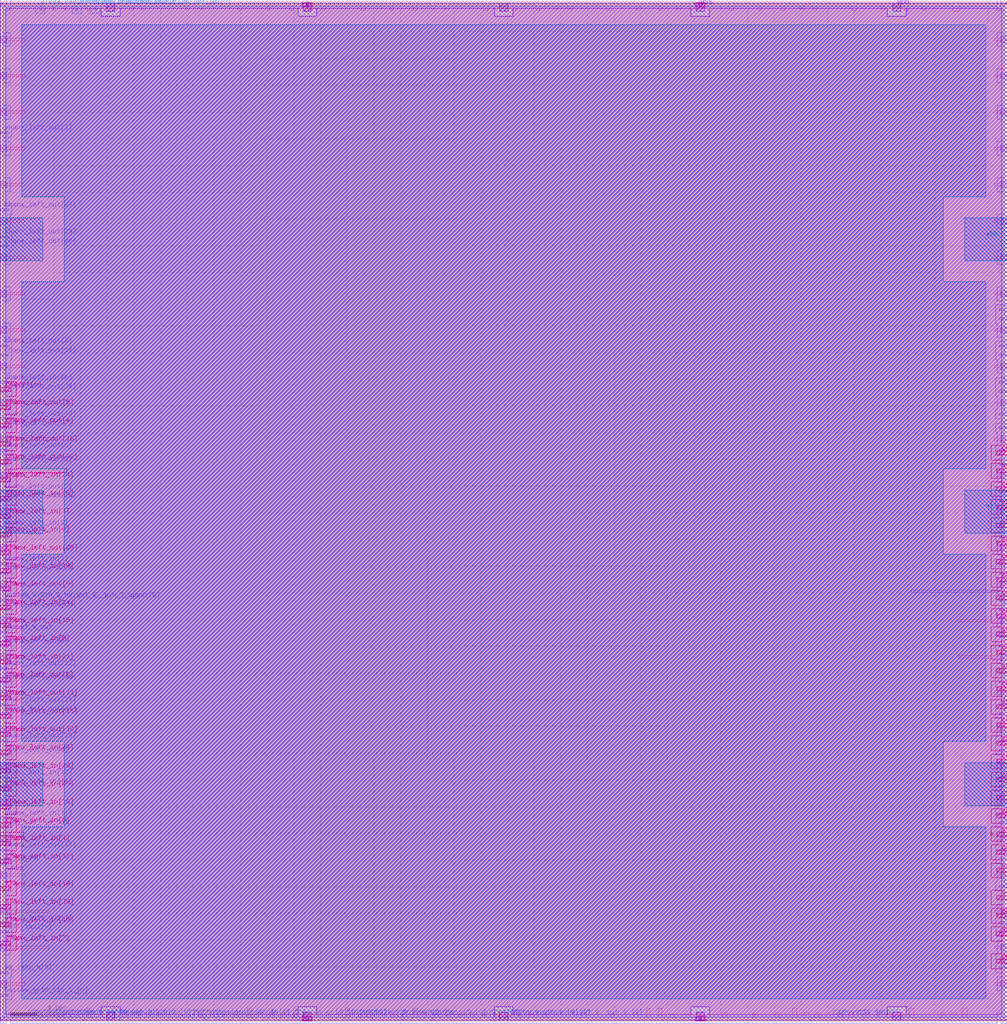
<source format=lef>
VERSION 5.7 ;
BUSBITCHARS "[]" ;

UNITS
  DATABASE MICRONS 1000 ;
END UNITS

MANUFACTURINGGRID 0.005 ;

LAYER li1
  TYPE ROUTING ;
  DIRECTION VERTICAL ;
  PITCH 0.46 ;
  WIDTH 0.17 ;
END li1

LAYER mcon
  TYPE CUT ;
END mcon

LAYER met1
  TYPE ROUTING ;
  DIRECTION HORIZONTAL ;
  PITCH 0.34 ;
  WIDTH 0.14 ;
END met1

LAYER via
  TYPE CUT ;
END via

LAYER met2
  TYPE ROUTING ;
  DIRECTION VERTICAL ;
  PITCH 0.46 ;
  WIDTH 0.14 ;
END met2

LAYER via2
  TYPE CUT ;
END via2

LAYER met3
  TYPE ROUTING ;
  DIRECTION HORIZONTAL ;
  PITCH 0.68 ;
  WIDTH 0.3 ;
END met3

LAYER via3
  TYPE CUT ;
END via3

LAYER met4
  TYPE ROUTING ;
  DIRECTION VERTICAL ;
  PITCH 0.92 ;
  WIDTH 0.3 ;
END met4

LAYER via4
  TYPE CUT ;
END via4

LAYER met5
  TYPE ROUTING ;
  DIRECTION HORIZONTAL ;
  PITCH 3.4 ;
  WIDTH 1.6 ;
END met5

LAYER nwell
  TYPE MASTERSLICE ;
END nwell

LAYER pwell
  TYPE MASTERSLICE ;
END pwell

LAYER OVERLAP
  TYPE OVERLAP ;
END OVERLAP

VIA L1M1_PR
  LAYER li1 ;
    RECT -0.085 -0.085 0.085 0.085 ;
  LAYER mcon ;
    RECT -0.085 -0.085 0.085 0.085 ;
  LAYER met1 ;
    RECT -0.145 -0.115 0.145 0.115 ;
END L1M1_PR

VIA L1M1_PR_R
  LAYER li1 ;
    RECT -0.085 -0.085 0.085 0.085 ;
  LAYER mcon ;
    RECT -0.085 -0.085 0.085 0.085 ;
  LAYER met1 ;
    RECT -0.115 -0.145 0.115 0.145 ;
END L1M1_PR_R

VIA L1M1_PR_M
  LAYER li1 ;
    RECT -0.085 -0.085 0.085 0.085 ;
  LAYER mcon ;
    RECT -0.085 -0.085 0.085 0.085 ;
  LAYER met1 ;
    RECT -0.115 -0.145 0.115 0.145 ;
END L1M1_PR_M

VIA L1M1_PR_MR
  LAYER li1 ;
    RECT -0.085 -0.085 0.085 0.085 ;
  LAYER mcon ;
    RECT -0.085 -0.085 0.085 0.085 ;
  LAYER met1 ;
    RECT -0.145 -0.115 0.145 0.115 ;
END L1M1_PR_MR

VIA L1M1_PR_C
  LAYER li1 ;
    RECT -0.085 -0.085 0.085 0.085 ;
  LAYER mcon ;
    RECT -0.085 -0.085 0.085 0.085 ;
  LAYER met1 ;
    RECT -0.145 -0.145 0.145 0.145 ;
END L1M1_PR_C

VIA M1M2_PR
  LAYER met1 ;
    RECT -0.16 -0.13 0.16 0.13 ;
  LAYER via ;
    RECT -0.075 -0.075 0.075 0.075 ;
  LAYER met2 ;
    RECT -0.13 -0.16 0.13 0.16 ;
END M1M2_PR

VIA M1M2_PR_Enc
  LAYER met1 ;
    RECT -0.16 -0.13 0.16 0.13 ;
  LAYER via ;
    RECT -0.075 -0.075 0.075 0.075 ;
  LAYER met2 ;
    RECT -0.16 -0.13 0.16 0.13 ;
END M1M2_PR_Enc

VIA M1M2_PR_R
  LAYER met1 ;
    RECT -0.13 -0.16 0.13 0.16 ;
  LAYER via ;
    RECT -0.075 -0.075 0.075 0.075 ;
  LAYER met2 ;
    RECT -0.16 -0.13 0.16 0.13 ;
END M1M2_PR_R

VIA M1M2_PR_R_Enc
  LAYER met1 ;
    RECT -0.13 -0.16 0.13 0.16 ;
  LAYER via ;
    RECT -0.075 -0.075 0.075 0.075 ;
  LAYER met2 ;
    RECT -0.13 -0.16 0.13 0.16 ;
END M1M2_PR_R_Enc

VIA M1M2_PR_M
  LAYER met1 ;
    RECT -0.16 -0.13 0.16 0.13 ;
  LAYER via ;
    RECT -0.075 -0.075 0.075 0.075 ;
  LAYER met2 ;
    RECT -0.16 -0.13 0.16 0.13 ;
END M1M2_PR_M

VIA M1M2_PR_M_Enc
  LAYER met1 ;
    RECT -0.16 -0.13 0.16 0.13 ;
  LAYER via ;
    RECT -0.075 -0.075 0.075 0.075 ;
  LAYER met2 ;
    RECT -0.13 -0.16 0.13 0.16 ;
END M1M2_PR_M_Enc

VIA M1M2_PR_MR
  LAYER met1 ;
    RECT -0.13 -0.16 0.13 0.16 ;
  LAYER via ;
    RECT -0.075 -0.075 0.075 0.075 ;
  LAYER met2 ;
    RECT -0.13 -0.16 0.13 0.16 ;
END M1M2_PR_MR

VIA M1M2_PR_MR_Enc
  LAYER met1 ;
    RECT -0.13 -0.16 0.13 0.16 ;
  LAYER via ;
    RECT -0.075 -0.075 0.075 0.075 ;
  LAYER met2 ;
    RECT -0.16 -0.13 0.16 0.13 ;
END M1M2_PR_MR_Enc

VIA M1M2_PR_C
  LAYER met1 ;
    RECT -0.16 -0.16 0.16 0.16 ;
  LAYER via ;
    RECT -0.075 -0.075 0.075 0.075 ;
  LAYER met2 ;
    RECT -0.16 -0.16 0.16 0.16 ;
END M1M2_PR_C

VIA M2M3_PR
  LAYER met2 ;
    RECT -0.14 -0.185 0.14 0.185 ;
  LAYER via2 ;
    RECT -0.1 -0.1 0.1 0.1 ;
  LAYER met3 ;
    RECT -0.165 -0.165 0.165 0.165 ;
END M2M3_PR

VIA M2M3_PR_R
  LAYER met2 ;
    RECT -0.185 -0.14 0.185 0.14 ;
  LAYER via2 ;
    RECT -0.1 -0.1 0.1 0.1 ;
  LAYER met3 ;
    RECT -0.165 -0.165 0.165 0.165 ;
END M2M3_PR_R

VIA M2M3_PR_M
  LAYER met2 ;
    RECT -0.14 -0.185 0.14 0.185 ;
  LAYER via2 ;
    RECT -0.1 -0.1 0.1 0.1 ;
  LAYER met3 ;
    RECT -0.165 -0.165 0.165 0.165 ;
END M2M3_PR_M

VIA M2M3_PR_MR
  LAYER met2 ;
    RECT -0.185 -0.14 0.185 0.14 ;
  LAYER via2 ;
    RECT -0.1 -0.1 0.1 0.1 ;
  LAYER met3 ;
    RECT -0.165 -0.165 0.165 0.165 ;
END M2M3_PR_MR

VIA M2M3_PR_C
  LAYER met2 ;
    RECT -0.185 -0.185 0.185 0.185 ;
  LAYER via2 ;
    RECT -0.1 -0.1 0.1 0.1 ;
  LAYER met3 ;
    RECT -0.165 -0.165 0.165 0.165 ;
END M2M3_PR_C

VIA M3M4_PR
  LAYER met3 ;
    RECT -0.19 -0.16 0.19 0.16 ;
  LAYER via3 ;
    RECT -0.1 -0.1 0.1 0.1 ;
  LAYER met4 ;
    RECT -0.165 -0.165 0.165 0.165 ;
END M3M4_PR

VIA M3M4_PR_R
  LAYER met3 ;
    RECT -0.16 -0.19 0.16 0.19 ;
  LAYER via3 ;
    RECT -0.1 -0.1 0.1 0.1 ;
  LAYER met4 ;
    RECT -0.165 -0.165 0.165 0.165 ;
END M3M4_PR_R

VIA M3M4_PR_M
  LAYER met3 ;
    RECT -0.19 -0.16 0.19 0.16 ;
  LAYER via3 ;
    RECT -0.1 -0.1 0.1 0.1 ;
  LAYER met4 ;
    RECT -0.165 -0.165 0.165 0.165 ;
END M3M4_PR_M

VIA M3M4_PR_MR
  LAYER met3 ;
    RECT -0.16 -0.19 0.16 0.19 ;
  LAYER via3 ;
    RECT -0.1 -0.1 0.1 0.1 ;
  LAYER met4 ;
    RECT -0.165 -0.165 0.165 0.165 ;
END M3M4_PR_MR

VIA M3M4_PR_C
  LAYER met3 ;
    RECT -0.19 -0.19 0.19 0.19 ;
  LAYER via3 ;
    RECT -0.1 -0.1 0.1 0.1 ;
  LAYER met4 ;
    RECT -0.165 -0.165 0.165 0.165 ;
END M3M4_PR_C

VIA M4M5_PR
  LAYER met4 ;
    RECT -0.59 -0.59 0.59 0.59 ;
  LAYER via4 ;
    RECT -0.4 -0.4 0.4 0.4 ;
  LAYER met5 ;
    RECT -0.71 -0.71 0.71 0.71 ;
END M4M5_PR

VIA M4M5_PR_R
  LAYER met4 ;
    RECT -0.59 -0.59 0.59 0.59 ;
  LAYER via4 ;
    RECT -0.4 -0.4 0.4 0.4 ;
  LAYER met5 ;
    RECT -0.71 -0.71 0.71 0.71 ;
END M4M5_PR_R

VIA M4M5_PR_M
  LAYER met4 ;
    RECT -0.59 -0.59 0.59 0.59 ;
  LAYER via4 ;
    RECT -0.4 -0.4 0.4 0.4 ;
  LAYER met5 ;
    RECT -0.71 -0.71 0.71 0.71 ;
END M4M5_PR_M

VIA M4M5_PR_MR
  LAYER met4 ;
    RECT -0.59 -0.59 0.59 0.59 ;
  LAYER via4 ;
    RECT -0.4 -0.4 0.4 0.4 ;
  LAYER met5 ;
    RECT -0.71 -0.71 0.71 0.71 ;
END M4M5_PR_MR

VIA M4M5_PR_C
  LAYER met4 ;
    RECT -0.59 -0.59 0.59 0.59 ;
  LAYER via4 ;
    RECT -0.4 -0.4 0.4 0.4 ;
  LAYER met5 ;
    RECT -0.71 -0.71 0.71 0.71 ;
END M4M5_PR_C

SITE unit
  CLASS CORE ;
  SYMMETRY Y ;
  SIZE 0.46 BY 2.72 ;
END unit

SITE unithddbl
  CLASS CORE ;
  SIZE 0.46 BY 5.44 ;
END unithddbl

MACRO cbx_1__2_
  CLASS BLOCK ;
  ORIGIN 0 0 ;
  SIZE 75.44 BY 76.16 ;
  SYMMETRY X Y ;
  PIN pReset[0]
    DIRECTION INPUT ;
    USE SIGNAL ;
    PORT
      LAYER met3 ;
        RECT 0 47.11 0.8 47.41 ;
    END
  END pReset[0]
  PIN chanx_left_in[0]
    DIRECTION INPUT ;
    USE SIGNAL ;
    PORT
      LAYER met3 ;
        RECT 0 36.23 0.8 36.53 ;
    END
  END chanx_left_in[0]
  PIN chanx_left_in[1]
    DIRECTION INPUT ;
    USE SIGNAL ;
    PORT
      LAYER met1 ;
        RECT 0 34.1 0.595 34.24 ;
    END
  END chanx_left_in[1]
  PIN chanx_left_in[2]
    DIRECTION INPUT ;
    USE SIGNAL ;
    PORT
      LAYER met1 ;
        RECT 0 36.82 0.595 36.96 ;
    END
  END chanx_left_in[2]
  PIN chanx_left_in[3]
    DIRECTION INPUT ;
    USE SIGNAL ;
    PORT
      LAYER met3 ;
        RECT 0 37.59 0.8 37.89 ;
    END
  END chanx_left_in[3]
  PIN chanx_left_in[4]
    DIRECTION INPUT ;
    USE SIGNAL ;
    PORT
      LAYER met3 ;
        RECT 0 13.11 0.8 13.41 ;
    END
  END chanx_left_in[4]
  PIN chanx_left_in[5]
    DIRECTION INPUT ;
    USE SIGNAL ;
    PORT
      LAYER met3 ;
        RECT 0 28.07 0.8 28.37 ;
    END
  END chanx_left_in[5]
  PIN chanx_left_in[6]
    DIRECTION INPUT ;
    USE SIGNAL ;
    PORT
      LAYER met3 ;
        RECT 0 14.47 0.8 14.77 ;
    END
  END chanx_left_in[6]
  PIN chanx_left_in[7]
    DIRECTION INPUT ;
    USE SIGNAL ;
    PORT
      LAYER met3 ;
        RECT 0 5.63 0.8 5.93 ;
    END
  END chanx_left_in[7]
  PIN chanx_left_in[8]
    DIRECTION INPUT ;
    USE SIGNAL ;
    PORT
      LAYER met1 ;
        RECT 0 19.82 0.595 19.96 ;
    END
  END chanx_left_in[8]
  PIN chanx_left_in[9]
    DIRECTION INPUT ;
    USE SIGNAL ;
    PORT
      LAYER met1 ;
        RECT 0 27.98 0.595 28.12 ;
    END
  END chanx_left_in[9]
  PIN chanx_left_in[10]
    DIRECTION INPUT ;
    USE SIGNAL ;
    PORT
      LAYER met3 ;
        RECT 0 15.83 0.8 16.13 ;
    END
  END chanx_left_in[10]
  PIN chanx_left_in[11]
    DIRECTION INPUT ;
    USE SIGNAL ;
    PORT
      LAYER met1 ;
        RECT 0 15.06 0.595 15.2 ;
    END
  END chanx_left_in[11]
  PIN chanx_left_in[12]
    DIRECTION INPUT ;
    USE SIGNAL ;
    PORT
      LAYER met1 ;
        RECT 0 18.12 0.595 18.26 ;
    END
  END chanx_left_in[12]
  PIN chanx_left_in[13]
    DIRECTION INPUT ;
    USE SIGNAL ;
    PORT
      LAYER met3 ;
        RECT 0 11.75 0.8 12.05 ;
    END
  END chanx_left_in[13]
  PIN chanx_left_in[14]
    DIRECTION INPUT ;
    USE SIGNAL ;
    PORT
      LAYER met3 ;
        RECT 0 30.79 0.8 31.09 ;
    END
  END chanx_left_in[14]
  PIN chanx_left_in[15]
    DIRECTION INPUT ;
    USE SIGNAL ;
    PORT
      LAYER met3 ;
        RECT 0 29.43 0.8 29.73 ;
    END
  END chanx_left_in[15]
  PIN chanx_left_in[16]
    DIRECTION INPUT ;
    USE SIGNAL ;
    PORT
      LAYER met3 ;
        RECT 0 6.99 0.8 7.29 ;
    END
  END chanx_left_in[16]
  PIN chanx_left_in[17]
    DIRECTION INPUT ;
    USE SIGNAL ;
    PORT
      LAYER met1 ;
        RECT 0 17.44 0.595 17.58 ;
    END
  END chanx_left_in[17]
  PIN chanx_left_in[18]
    DIRECTION INPUT ;
    USE SIGNAL ;
    PORT
      LAYER met3 ;
        RECT 0 33.51 0.8 33.81 ;
    END
  END chanx_left_in[18]
  PIN chanx_left_in[19]
    DIRECTION INPUT ;
    USE SIGNAL ;
    PORT
      LAYER met3 ;
        RECT 0 9.71 0.8 10.01 ;
    END
  END chanx_left_in[19]
  PIN chanx_left_in[20]
    DIRECTION INPUT ;
    USE SIGNAL ;
    PORT
      LAYER met3 ;
        RECT 0 17.19 0.8 17.49 ;
    END
  END chanx_left_in[20]
  PIN chanx_left_in[21]
    DIRECTION INPUT ;
    USE SIGNAL ;
    PORT
      LAYER met3 ;
        RECT 0 26.71 0.8 27.01 ;
    END
  END chanx_left_in[21]
  PIN chanx_left_in[22]
    DIRECTION INPUT ;
    USE SIGNAL ;
    PORT
      LAYER met1 ;
        RECT 0 33.42 0.595 33.56 ;
    END
  END chanx_left_in[22]
  PIN chanx_left_in[23]
    DIRECTION INPUT ;
    USE SIGNAL ;
    PORT
      LAYER met3 ;
        RECT 0 19.91 0.8 20.21 ;
    END
  END chanx_left_in[23]
  PIN chanx_left_in[24]
    DIRECTION INPUT ;
    USE SIGNAL ;
    PORT
      LAYER met3 ;
        RECT 0 40.31 0.8 40.61 ;
    END
  END chanx_left_in[24]
  PIN chanx_left_in[25]
    DIRECTION INPUT ;
    USE SIGNAL ;
    PORT
      LAYER met3 ;
        RECT 0 38.95 0.8 39.25 ;
    END
  END chanx_left_in[25]
  PIN chanx_left_in[26]
    DIRECTION INPUT ;
    USE SIGNAL ;
    PORT
      LAYER met1 ;
        RECT 0 47.7 0.595 47.84 ;
    END
  END chanx_left_in[26]
  PIN chanx_left_in[27]
    DIRECTION INPUT ;
    USE SIGNAL ;
    PORT
      LAYER met1 ;
        RECT 0 44.3 0.595 44.44 ;
    END
  END chanx_left_in[27]
  PIN chanx_left_in[28]
    DIRECTION INPUT ;
    USE SIGNAL ;
    PORT
      LAYER met3 ;
        RECT 0 8.35 0.8 8.65 ;
    END
  END chanx_left_in[28]
  PIN chanx_left_in[29]
    DIRECTION INPUT ;
    USE SIGNAL ;
    PORT
      LAYER met3 ;
        RECT 0 18.55 0.8 18.85 ;
    END
  END chanx_left_in[29]
  PIN chanx_right_in[0]
    DIRECTION INPUT ;
    USE SIGNAL ;
    PORT
      LAYER met1 ;
        RECT 74.845 42.6 75.44 42.74 ;
    END
  END chanx_right_in[0]
  PIN chanx_right_in[1]
    DIRECTION INPUT ;
    USE SIGNAL ;
    PORT
      LAYER met1 ;
        RECT 74.845 37.16 75.44 37.3 ;
    END
  END chanx_right_in[1]
  PIN chanx_right_in[2]
    DIRECTION INPUT ;
    USE SIGNAL ;
    PORT
      LAYER met1 ;
        RECT 74.845 45.32 75.44 45.46 ;
    END
  END chanx_right_in[2]
  PIN chanx_right_in[3]
    DIRECTION INPUT ;
    USE SIGNAL ;
    PORT
      LAYER met3 ;
        RECT 74.64 36.91 75.44 37.21 ;
    END
  END chanx_right_in[3]
  PIN chanx_right_in[4]
    DIRECTION INPUT ;
    USE SIGNAL ;
    PORT
      LAYER met3 ;
        RECT 74.64 39.63 75.44 39.93 ;
    END
  END chanx_right_in[4]
  PIN chanx_right_in[5]
    DIRECTION INPUT ;
    USE SIGNAL ;
    PORT
      LAYER met3 ;
        RECT 74.64 38.27 75.44 38.57 ;
    END
  END chanx_right_in[5]
  PIN chanx_right_in[6]
    DIRECTION INPUT ;
    USE SIGNAL ;
    PORT
      LAYER met3 ;
        RECT 74.64 26.03 75.44 26.33 ;
    END
  END chanx_right_in[6]
  PIN chanx_right_in[7]
    DIRECTION INPUT ;
    USE SIGNAL ;
    PORT
      LAYER met1 ;
        RECT 74.845 7.24 75.44 7.38 ;
    END
  END chanx_right_in[7]
  PIN chanx_right_in[8]
    DIRECTION INPUT ;
    USE SIGNAL ;
    PORT
      LAYER met3 ;
        RECT 74.64 19.23 75.44 19.53 ;
    END
  END chanx_right_in[8]
  PIN chanx_right_in[9]
    DIRECTION INPUT ;
    USE SIGNAL ;
    PORT
      LAYER met3 ;
        RECT 74.64 17.87 75.44 18.17 ;
    END
  END chanx_right_in[9]
  PIN chanx_right_in[10]
    DIRECTION INPUT ;
    USE SIGNAL ;
    PORT
      LAYER met3 ;
        RECT 74.64 27.39 75.44 27.69 ;
    END
  END chanx_right_in[10]
  PIN chanx_right_in[11]
    DIRECTION INPUT ;
    USE SIGNAL ;
    PORT
      LAYER met3 ;
        RECT 74.64 21.95 75.44 22.25 ;
    END
  END chanx_right_in[11]
  PIN chanx_right_in[12]
    DIRECTION INPUT ;
    USE SIGNAL ;
    PORT
      LAYER met1 ;
        RECT 74.845 14.72 75.44 14.86 ;
    END
  END chanx_right_in[12]
  PIN chanx_right_in[13]
    DIRECTION INPUT ;
    USE SIGNAL ;
    PORT
      LAYER met1 ;
        RECT 74.845 4.52 75.44 4.66 ;
    END
  END chanx_right_in[13]
  PIN chanx_right_in[14]
    DIRECTION INPUT ;
    USE SIGNAL ;
    PORT
      LAYER met3 ;
        RECT 74.64 35.55 75.44 35.85 ;
    END
  END chanx_right_in[14]
  PIN chanx_right_in[15]
    DIRECTION INPUT ;
    USE SIGNAL ;
    PORT
      LAYER met3 ;
        RECT 74.64 34.19 75.44 34.49 ;
    END
  END chanx_right_in[15]
  PIN chanx_right_in[16]
    DIRECTION INPUT ;
    USE SIGNAL ;
    PORT
      LAYER met1 ;
        RECT 74.845 3.84 75.44 3.98 ;
    END
  END chanx_right_in[16]
  PIN chanx_right_in[17]
    DIRECTION INPUT ;
    USE SIGNAL ;
    PORT
      LAYER met1 ;
        RECT 74.845 15.4 75.44 15.54 ;
    END
  END chanx_right_in[17]
  PIN chanx_right_in[18]
    DIRECTION INPUT ;
    USE SIGNAL ;
    PORT
      LAYER met1 ;
        RECT 74.845 53.14 75.44 53.28 ;
    END
  END chanx_right_in[18]
  PIN chanx_right_in[19]
    DIRECTION INPUT ;
    USE SIGNAL ;
    PORT
      LAYER met3 ;
        RECT 74.64 7.67 75.44 7.97 ;
    END
  END chanx_right_in[19]
  PIN chanx_right_in[20]
    DIRECTION INPUT ;
    USE SIGNAL ;
    PORT
      LAYER met1 ;
        RECT 74.845 30.7 75.44 30.84 ;
    END
  END chanx_right_in[20]
  PIN chanx_right_in[21]
    DIRECTION INPUT ;
    USE SIGNAL ;
    PORT
      LAYER met1 ;
        RECT 74.845 28.66 75.44 28.8 ;
    END
  END chanx_right_in[21]
  PIN chanx_right_in[22]
    DIRECTION INPUT ;
    USE SIGNAL ;
    PORT
      LAYER met3 ;
        RECT 74.64 12.43 75.44 12.73 ;
    END
  END chanx_right_in[22]
  PIN chanx_right_in[23]
    DIRECTION INPUT ;
    USE SIGNAL ;
    PORT
      LAYER met1 ;
        RECT 74.845 20.16 75.44 20.3 ;
    END
  END chanx_right_in[23]
  PIN chanx_right_in[24]
    DIRECTION INPUT ;
    USE SIGNAL ;
    PORT
      LAYER met3 ;
        RECT 74.64 31.47 75.44 31.77 ;
    END
  END chanx_right_in[24]
  PIN chanx_right_in[25]
    DIRECTION INPUT ;
    USE SIGNAL ;
    PORT
      LAYER met1 ;
        RECT 74.845 34.1 75.44 34.24 ;
    END
  END chanx_right_in[25]
  PIN chanx_right_in[26]
    DIRECTION INPUT ;
    USE SIGNAL ;
    PORT
      LAYER met3 ;
        RECT 74.64 28.75 75.44 29.05 ;
    END
  END chanx_right_in[26]
  PIN chanx_right_in[27]
    DIRECTION INPUT ;
    USE SIGNAL ;
    PORT
      LAYER met1 ;
        RECT 74.845 38.86 75.44 39 ;
    END
  END chanx_right_in[27]
  PIN chanx_right_in[28]
    DIRECTION INPUT ;
    USE SIGNAL ;
    PORT
      LAYER met3 ;
        RECT 74.64 6.31 75.44 6.61 ;
    END
  END chanx_right_in[28]
  PIN chanx_right_in[29]
    DIRECTION INPUT ;
    USE SIGNAL ;
    PORT
      LAYER met1 ;
        RECT 74.845 18.12 75.44 18.26 ;
    END
  END chanx_right_in[29]
  PIN ccff_head[0]
    DIRECTION INPUT ;
    USE SIGNAL ;
    PORT
      LAYER met3 ;
        RECT 74.64 11.07 75.44 11.37 ;
    END
  END ccff_head[0]
  PIN chanx_left_out[0]
    DIRECTION OUTPUT ;
    USE SIGNAL ;
    PORT
      LAYER met3 ;
        RECT 0 32.15 0.8 32.45 ;
    END
  END chanx_left_out[0]
  PIN chanx_left_out[1]
    DIRECTION OUTPUT ;
    USE SIGNAL ;
    PORT
      LAYER met1 ;
        RECT 0 66.4 0.595 66.54 ;
    END
  END chanx_left_out[1]
  PIN chanx_left_out[2]
    DIRECTION OUTPUT ;
    USE SIGNAL ;
    PORT
      LAYER met1 ;
        RECT 0 50.42 0.595 50.56 ;
    END
  END chanx_left_out[2]
  PIN chanx_left_out[3]
    DIRECTION OUTPUT ;
    USE SIGNAL ;
    PORT
      LAYER met1 ;
        RECT 0 39.54 0.595 39.68 ;
    END
  END chanx_left_out[3]
  PIN chanx_left_out[4]
    DIRECTION OUTPUT ;
    USE SIGNAL ;
    PORT
      LAYER met3 ;
        RECT 0 44.39 0.8 44.69 ;
    END
  END chanx_left_out[4]
  PIN chanx_left_out[5]
    DIRECTION OUTPUT ;
    USE SIGNAL ;
    PORT
      LAYER met1 ;
        RECT 0 42.6 0.595 42.74 ;
    END
  END chanx_left_out[5]
  PIN chanx_left_out[6]
    DIRECTION OUTPUT ;
    USE SIGNAL ;
    PORT
      LAYER met3 ;
        RECT 0 45.75 0.8 46.05 ;
    END
  END chanx_left_out[6]
  PIN chanx_left_out[7]
    DIRECTION OUTPUT ;
    USE SIGNAL ;
    PORT
      LAYER met1 ;
        RECT 0 7.24 0.595 7.38 ;
    END
  END chanx_left_out[7]
  PIN chanx_left_out[8]
    DIRECTION OUTPUT ;
    USE SIGNAL ;
    PORT
      LAYER met3 ;
        RECT 0 25.35 0.8 25.65 ;
    END
  END chanx_left_out[8]
  PIN chanx_left_out[9]
    DIRECTION OUTPUT ;
    USE SIGNAL ;
    PORT
      LAYER met1 ;
        RECT 0 41.58 0.595 41.72 ;
    END
  END chanx_left_out[9]
  PIN chanx_left_out[10]
    DIRECTION OUTPUT ;
    USE SIGNAL ;
    PORT
      LAYER met3 ;
        RECT 0 21.27 0.8 21.57 ;
    END
  END chanx_left_out[10]
  PIN chanx_left_out[11]
    DIRECTION OUTPUT ;
    USE SIGNAL ;
    PORT
      LAYER met3 ;
        RECT 0 23.99 0.8 24.29 ;
    END
  END chanx_left_out[11]
  PIN chanx_left_out[12]
    DIRECTION OUTPUT ;
    USE SIGNAL ;
    PORT
      LAYER met1 ;
        RECT 0 25.26 0.595 25.4 ;
    END
  END chanx_left_out[12]
  PIN chanx_left_out[13]
    DIRECTION OUTPUT ;
    USE SIGNAL ;
    PORT
      LAYER met1 ;
        RECT 0 38.86 0.595 39 ;
    END
  END chanx_left_out[13]
  PIN chanx_left_out[14]
    DIRECTION OUTPUT ;
    USE SIGNAL ;
    PORT
      LAYER met1 ;
        RECT 0 49.74 0.595 49.88 ;
    END
  END chanx_left_out[14]
  PIN chanx_left_out[15]
    DIRECTION OUTPUT ;
    USE SIGNAL ;
    PORT
      LAYER met3 ;
        RECT 0 22.63 0.8 22.93 ;
    END
  END chanx_left_out[15]
  PIN chanx_left_out[16]
    DIRECTION OUTPUT ;
    USE SIGNAL ;
    PORT
      LAYER met3 ;
        RECT 0 43.03 0.8 43.33 ;
    END
  END chanx_left_out[16]
  PIN chanx_left_out[17]
    DIRECTION OUTPUT ;
    USE SIGNAL ;
    PORT
      LAYER met1 ;
        RECT 0 12.68 0.595 12.82 ;
    END
  END chanx_left_out[17]
  PIN chanx_left_out[18]
    DIRECTION OUTPUT ;
    USE SIGNAL ;
    PORT
      LAYER met1 ;
        RECT 0 20.84 0.595 20.98 ;
    END
  END chanx_left_out[18]
  PIN chanx_left_out[19]
    DIRECTION OUTPUT ;
    USE SIGNAL ;
    PORT
      LAYER met1 ;
        RECT 0 44.98 0.595 45.12 ;
    END
  END chanx_left_out[19]
  PIN chanx_left_out[20]
    DIRECTION OUTPUT ;
    USE SIGNAL ;
    PORT
      LAYER met1 ;
        RECT 0 57.9 0.595 58.04 ;
    END
  END chanx_left_out[20]
  PIN chanx_left_out[21]
    DIRECTION OUTPUT ;
    USE SIGNAL ;
    PORT
      LAYER met1 ;
        RECT 0 26.28 0.595 26.42 ;
    END
  END chanx_left_out[21]
  PIN chanx_left_out[22]
    DIRECTION OUTPUT ;
    USE SIGNAL ;
    PORT
      LAYER met3 ;
        RECT 0 41.67 0.8 41.97 ;
    END
  END chanx_left_out[22]
  PIN chanx_left_out[23]
    DIRECTION OUTPUT ;
    USE SIGNAL ;
    PORT
      LAYER met1 ;
        RECT 0 22.88 0.595 23.02 ;
    END
  END chanx_left_out[23]
  PIN chanx_left_out[24]
    DIRECTION OUTPUT ;
    USE SIGNAL ;
    PORT
      LAYER met1 ;
        RECT 0 47.02 0.595 47.16 ;
    END
  END chanx_left_out[24]
  PIN chanx_left_out[25]
    DIRECTION OUTPUT ;
    USE SIGNAL ;
    PORT
      LAYER met3 ;
        RECT 0 34.87 0.8 35.17 ;
    END
  END chanx_left_out[25]
  PIN chanx_left_out[26]
    DIRECTION OUTPUT ;
    USE SIGNAL ;
    PORT
      LAYER met1 ;
        RECT 0 23.56 0.595 23.7 ;
    END
  END chanx_left_out[26]
  PIN chanx_left_out[27]
    DIRECTION OUTPUT ;
    USE SIGNAL ;
    PORT
      LAYER met1 ;
        RECT 0 60.62 0.595 60.76 ;
    END
  END chanx_left_out[27]
  PIN chanx_left_out[28]
    DIRECTION OUTPUT ;
    USE SIGNAL ;
    PORT
      LAYER met1 ;
        RECT 0 30.7 0.595 30.84 ;
    END
  END chanx_left_out[28]
  PIN chanx_left_out[29]
    DIRECTION OUTPUT ;
    USE SIGNAL ;
    PORT
      LAYER met1 ;
        RECT 0 58.58 0.595 58.72 ;
    END
  END chanx_left_out[29]
  PIN chanx_right_out[0]
    DIRECTION OUTPUT ;
    USE SIGNAL ;
    PORT
      LAYER met1 ;
        RECT 74.845 27.98 75.44 28.12 ;
    END
  END chanx_right_out[0]
  PIN chanx_right_out[1]
    DIRECTION OUTPUT ;
    USE SIGNAL ;
    PORT
      LAYER met3 ;
        RECT 74.64 13.79 75.44 14.09 ;
    END
  END chanx_right_out[1]
  PIN chanx_right_out[2]
    DIRECTION OUTPUT ;
    USE SIGNAL ;
    PORT
      LAYER met3 ;
        RECT 74.64 32.83 75.44 33.13 ;
    END
  END chanx_right_out[2]
  PIN chanx_right_out[3]
    DIRECTION OUTPUT ;
    USE SIGNAL ;
    PORT
      LAYER met1 ;
        RECT 74.845 9.96 75.44 10.1 ;
    END
  END chanx_right_out[3]
  PIN chanx_right_out[4]
    DIRECTION OUTPUT ;
    USE SIGNAL ;
    PORT
      LAYER met3 ;
        RECT 74.64 16.51 75.44 16.81 ;
    END
  END chanx_right_out[4]
  PIN chanx_right_out[5]
    DIRECTION OUTPUT ;
    USE SIGNAL ;
    PORT
      LAYER met1 ;
        RECT 74.845 12.68 75.44 12.82 ;
    END
  END chanx_right_out[5]
  PIN chanx_right_out[6]
    DIRECTION OUTPUT ;
    USE SIGNAL ;
    PORT
      LAYER met1 ;
        RECT 74.845 23.56 75.44 23.7 ;
    END
  END chanx_right_out[6]
  PIN chanx_right_out[7]
    DIRECTION OUTPUT ;
    USE SIGNAL ;
    PORT
      LAYER met3 ;
        RECT 74.64 15.15 75.44 15.45 ;
    END
  END chanx_right_out[7]
  PIN chanx_right_out[8]
    DIRECTION OUTPUT ;
    USE SIGNAL ;
    PORT
      LAYER met1 ;
        RECT 74.845 12 75.44 12.14 ;
    END
  END chanx_right_out[8]
  PIN chanx_right_out[9]
    DIRECTION OUTPUT ;
    USE SIGNAL ;
    PORT
      LAYER met1 ;
        RECT 74.845 52.46 75.44 52.6 ;
    END
  END chanx_right_out[9]
  PIN chanx_right_out[10]
    DIRECTION OUTPUT ;
    USE SIGNAL ;
    PORT
      LAYER met1 ;
        RECT 74.845 47.02 75.44 47.16 ;
    END
  END chanx_right_out[10]
  PIN chanx_right_out[11]
    DIRECTION OUTPUT ;
    USE SIGNAL ;
    PORT
      LAYER met1 ;
        RECT 74.845 33.42 75.44 33.56 ;
    END
  END chanx_right_out[11]
  PIN chanx_right_out[12]
    DIRECTION OUTPUT ;
    USE SIGNAL ;
    PORT
      LAYER met3 ;
        RECT 74.64 24.67 75.44 24.97 ;
    END
  END chanx_right_out[12]
  PIN chanx_right_out[13]
    DIRECTION OUTPUT ;
    USE SIGNAL ;
    PORT
      LAYER met1 ;
        RECT 74.845 31.38 75.44 31.52 ;
    END
  END chanx_right_out[13]
  PIN chanx_right_out[14]
    DIRECTION OUTPUT ;
    USE SIGNAL ;
    PORT
      LAYER met1 ;
        RECT 74.845 44.3 75.44 44.44 ;
    END
  END chanx_right_out[14]
  PIN chanx_right_out[15]
    DIRECTION OUTPUT ;
    USE SIGNAL ;
    PORT
      LAYER met1 ;
        RECT 74.845 39.54 75.44 39.68 ;
    END
  END chanx_right_out[15]
  PIN chanx_right_out[16]
    DIRECTION OUTPUT ;
    USE SIGNAL ;
    PORT
      LAYER met1 ;
        RECT 74.845 50.42 75.44 50.56 ;
    END
  END chanx_right_out[16]
  PIN chanx_right_out[17]
    DIRECTION OUTPUT ;
    USE SIGNAL ;
    PORT
      LAYER met1 ;
        RECT 74.845 20.84 75.44 20.98 ;
    END
  END chanx_right_out[17]
  PIN chanx_right_out[18]
    DIRECTION OUTPUT ;
    USE SIGNAL ;
    PORT
      LAYER met1 ;
        RECT 74.845 36.14 75.44 36.28 ;
    END
  END chanx_right_out[18]
  PIN chanx_right_out[19]
    DIRECTION OUTPUT ;
    USE SIGNAL ;
    PORT
      LAYER met3 ;
        RECT 74.64 20.59 75.44 20.89 ;
    END
  END chanx_right_out[19]
  PIN chanx_right_out[20]
    DIRECTION OUTPUT ;
    USE SIGNAL ;
    PORT
      LAYER met3 ;
        RECT 74.64 30.11 75.44 30.41 ;
    END
  END chanx_right_out[20]
  PIN chanx_right_out[21]
    DIRECTION OUTPUT ;
    USE SIGNAL ;
    PORT
      LAYER met3 ;
        RECT 74.64 23.31 75.44 23.61 ;
    END
  END chanx_right_out[21]
  PIN chanx_right_out[22]
    DIRECTION OUTPUT ;
    USE SIGNAL ;
    PORT
      LAYER met1 ;
        RECT 74.845 17.44 75.44 17.58 ;
    END
  END chanx_right_out[22]
  PIN chanx_right_out[23]
    DIRECTION OUTPUT ;
    USE SIGNAL ;
    PORT
      LAYER met1 ;
        RECT 74.845 25.94 75.44 26.08 ;
    END
  END chanx_right_out[23]
  PIN chanx_right_out[24]
    DIRECTION OUTPUT ;
    USE SIGNAL ;
    PORT
      LAYER met1 ;
        RECT 74.845 22.88 75.44 23.02 ;
    END
  END chanx_right_out[24]
  PIN chanx_right_out[25]
    DIRECTION OUTPUT ;
    USE SIGNAL ;
    PORT
      LAYER met1 ;
        RECT 74.845 41.58 75.44 41.72 ;
    END
  END chanx_right_out[25]
  PIN chanx_right_out[26]
    DIRECTION OUTPUT ;
    USE SIGNAL ;
    PORT
      LAYER met1 ;
        RECT 74.845 47.7 75.44 47.84 ;
    END
  END chanx_right_out[26]
  PIN chanx_right_out[27]
    DIRECTION OUTPUT ;
    USE SIGNAL ;
    PORT
      LAYER met1 ;
        RECT 74.845 49.74 75.44 49.88 ;
    END
  END chanx_right_out[27]
  PIN chanx_right_out[28]
    DIRECTION OUTPUT ;
    USE SIGNAL ;
    PORT
      LAYER met3 ;
        RECT 74.64 42.35 75.44 42.65 ;
    END
  END chanx_right_out[28]
  PIN chanx_right_out[29]
    DIRECTION OUTPUT ;
    USE SIGNAL ;
    PORT
      LAYER met1 ;
        RECT 74.845 25.26 75.44 25.4 ;
    END
  END chanx_right_out[29]
  PIN top_grid_pin_0_[0]
    DIRECTION OUTPUT ;
    USE SIGNAL ;
    PORT
      LAYER met2 ;
        RECT 38.8 0 38.94 0.485 ;
    END
  END top_grid_pin_0_[0]
  PIN bottom_grid_pin_0_[0]
    DIRECTION OUTPUT ;
    USE SIGNAL ;
    PORT
      LAYER met2 ;
        RECT 3.38 0 3.52 0.485 ;
    END
  END bottom_grid_pin_0_[0]
  PIN bottom_grid_pin_1_[0]
    DIRECTION OUTPUT ;
    USE SIGNAL ;
    PORT
      LAYER met1 ;
        RECT 0 1.8 0.595 1.94 ;
    END
  END bottom_grid_pin_1_[0]
  PIN bottom_grid_pin_2_[0]
    DIRECTION OUTPUT ;
    USE SIGNAL ;
    PORT
      LAYER met2 ;
        RECT 2.46 0 2.6 0.485 ;
    END
  END bottom_grid_pin_2_[0]
  PIN bottom_grid_pin_3_[0]
    DIRECTION OUTPUT ;
    USE SIGNAL ;
    PORT
      LAYER met2 ;
        RECT 4.3 0 4.44 0.485 ;
    END
  END bottom_grid_pin_3_[0]
  PIN bottom_grid_pin_4_[0]
    DIRECTION OUTPUT ;
    USE SIGNAL ;
    PORT
      LAYER met2 ;
        RECT 15.34 0 15.48 0.485 ;
    END
  END bottom_grid_pin_4_[0]
  PIN bottom_grid_pin_5_[0]
    DIRECTION OUTPUT ;
    USE SIGNAL ;
    PORT
      LAYER met2 ;
        RECT 30.06 0 30.2 0.485 ;
    END
  END bottom_grid_pin_5_[0]
  PIN bottom_grid_pin_6_[0]
    DIRECTION OUTPUT ;
    USE SIGNAL ;
    PORT
      LAYER met2 ;
        RECT 27.76 0 27.9 0.485 ;
    END
  END bottom_grid_pin_6_[0]
  PIN bottom_grid_pin_7_[0]
    DIRECTION OUTPUT ;
    USE SIGNAL ;
    PORT
      LAYER met2 ;
        RECT 36.96 0 37.1 0.485 ;
    END
  END bottom_grid_pin_7_[0]
  PIN bottom_grid_pin_8_[0]
    DIRECTION OUTPUT ;
    USE SIGNAL ;
    PORT
      LAYER met2 ;
        RECT 8.9 0 9.04 0.485 ;
    END
  END bottom_grid_pin_8_[0]
  PIN bottom_grid_pin_9_[0]
    DIRECTION OUTPUT ;
    USE SIGNAL ;
    PORT
      LAYER met2 ;
        RECT 7.98 0 8.12 0.485 ;
    END
  END bottom_grid_pin_9_[0]
  PIN bottom_grid_pin_10_[0]
    DIRECTION OUTPUT ;
    USE SIGNAL ;
    PORT
      LAYER met2 ;
        RECT 5.22 0 5.36 0.485 ;
    END
  END bottom_grid_pin_10_[0]
  PIN bottom_grid_pin_11_[0]
    DIRECTION OUTPUT ;
    USE SIGNAL ;
    PORT
      LAYER met2 ;
        RECT 6.14 0 6.28 0.485 ;
    END
  END bottom_grid_pin_11_[0]
  PIN bottom_grid_pin_12_[0]
    DIRECTION OUTPUT ;
    USE SIGNAL ;
    PORT
      LAYER met2 ;
        RECT 22.24 0 22.38 0.485 ;
    END
  END bottom_grid_pin_12_[0]
  PIN bottom_grid_pin_13_[0]
    DIRECTION OUTPUT ;
    USE SIGNAL ;
    PORT
      LAYER met2 ;
        RECT 14.42 0 14.56 0.485 ;
    END
  END bottom_grid_pin_13_[0]
  PIN bottom_grid_pin_14_[0]
    DIRECTION OUTPUT ;
    USE SIGNAL ;
    PORT
      LAYER met2 ;
        RECT 32.36 0 32.5 0.485 ;
    END
  END bottom_grid_pin_14_[0]
  PIN bottom_grid_pin_15_[0]
    DIRECTION OUTPUT ;
    USE SIGNAL ;
    PORT
      LAYER met2 ;
        RECT 16.26 0 16.4 0.485 ;
    END
  END bottom_grid_pin_15_[0]
  PIN ccff_tail[0]
    DIRECTION OUTPUT ;
    USE SIGNAL ;
    PORT
      LAYER met1 ;
        RECT 0 6.56 0.595 6.7 ;
    END
  END ccff_tail[0]
  PIN IO_ISOL_N[0]
    DIRECTION INPUT ;
    USE SIGNAL ;
    PORT
      LAYER met1 ;
        RECT 0 3.5 0.595 3.64 ;
    END
  END IO_ISOL_N[0]
  PIN gfpga_pad_EMBEDDED_IO_HD_SOC_IN[0]
    DIRECTION INPUT ;
    USE SIGNAL ;
    PORT
      LAYER met2 ;
        RECT 7.06 75.675 7.2 76.16 ;
    END
  END gfpga_pad_EMBEDDED_IO_HD_SOC_IN[0]
  PIN gfpga_pad_EMBEDDED_IO_HD_SOC_OUT[0]
    DIRECTION OUTPUT ;
    USE SIGNAL ;
    PORT
      LAYER met2 ;
        RECT 5.68 75.675 5.82 76.16 ;
    END
  END gfpga_pad_EMBEDDED_IO_HD_SOC_OUT[0]
  PIN gfpga_pad_EMBEDDED_IO_HD_SOC_DIR[0]
    DIRECTION OUTPUT ;
    USE SIGNAL ;
    PORT
      LAYER met2 ;
        RECT 2.92 75.675 3.06 76.16 ;
    END
  END gfpga_pad_EMBEDDED_IO_HD_SOC_DIR[0]
  PIN bottom_width_0_height_0__pin_0_[0]
    DIRECTION INPUT ;
    USE SIGNAL ;
    PORT
      LAYER met2 ;
        RECT 37.88 0 38.02 0.485 ;
    END
  END bottom_width_0_height_0__pin_0_[0]
  PIN bottom_width_0_height_0__pin_1_upper[0]
    DIRECTION OUTPUT ;
    USE SIGNAL ;
    PORT
      LAYER met1 ;
        RECT 0 31.38 0.595 31.52 ;
    END
  END bottom_width_0_height_0__pin_1_upper[0]
  PIN bottom_width_0_height_0__pin_1_lower[0]
    DIRECTION OUTPUT ;
    USE SIGNAL ;
    PORT
      LAYER met3 ;
        RECT 74.64 40.99 75.44 41.29 ;
    END
  END bottom_width_0_height_0__pin_1_lower[0]
  PIN SC_IN_TOP
    DIRECTION INPUT ;
    USE SIGNAL ;
    PORT
      LAYER met1 ;
        RECT 0 11.66 0.595 11.8 ;
    END
  END SC_IN_TOP
  PIN SC_OUT_BOT
    DIRECTION OUTPUT ;
    USE SIGNAL ;
    PORT
      LAYER met2 ;
        RECT 25.92 0 26.06 0.485 ;
    END
  END SC_OUT_BOT
  PIN SC_IN_BOT
    DIRECTION INPUT ;
    USE SIGNAL ;
    PORT
      LAYER met2 ;
        RECT 64.56 0 64.7 0.485 ;
    END
  END SC_IN_BOT
  PIN SC_OUT_TOP
    DIRECTION OUTPUT ;
    USE SIGNAL ;
    PORT
      LAYER met3 ;
        RECT 74.64 9.03 75.44 9.33 ;
    END
  END SC_OUT_TOP
  PIN pReset_E_in
    DIRECTION INPUT ;
    USE SIGNAL ;
    PORT
      LAYER met3 ;
        RECT 74.64 4.27 75.44 4.57 ;
    END
  END pReset_E_in
  PIN pReset_W_in
    DIRECTION INPUT ;
    USE SIGNAL ;
    PORT
      LAYER met1 ;
        RECT 0 36.14 0.595 36.28 ;
    END
  END pReset_W_in
  PIN pReset_W_out
    DIRECTION OUTPUT ;
    USE SIGNAL ;
    PORT
      LAYER met1 ;
        RECT 0 29 0.595 29.14 ;
    END
  END pReset_W_out
  PIN pReset_S_out
    DIRECTION OUTPUT ;
    USE SIGNAL ;
    PORT
      LAYER met2 ;
        RECT 62.72 0 62.86 0.485 ;
    END
  END pReset_S_out
  PIN pReset_E_out
    DIRECTION OUTPUT ;
    USE SIGNAL ;
    PORT
      LAYER met1 ;
        RECT 74.845 6.56 75.44 6.7 ;
    END
  END pReset_E_out
  PIN prog_clk_0_S_in
    DIRECTION INPUT ;
    USE CLOCK ;
    PORT
      LAYER met2 ;
        RECT 26.84 0 26.98 0.485 ;
    END
  END prog_clk_0_S_in
  PIN prog_clk_0_W_out
    DIRECTION OUTPUT ;
    USE CLOCK ;
    PORT
      LAYER met1 ;
        RECT 0 14.38 0.595 14.52 ;
    END
  END prog_clk_0_W_out
  PIN VDD
    DIRECTION INPUT ;
    USE POWER ;
    PORT
      LAYER met5 ;
        RECT 0 16.08 3.2 19.28 ;
        RECT 72.24 16.08 75.44 19.28 ;
        RECT 0 56.88 3.2 60.08 ;
        RECT 72.24 56.88 75.44 60.08 ;
      LAYER met4 ;
        RECT 7.98 0 8.58 0.6 ;
        RECT 37.42 0 38.02 0.6 ;
        RECT 66.86 0 67.46 0.6 ;
        RECT 7.98 75.56 8.58 76.16 ;
        RECT 37.42 75.56 38.02 76.16 ;
        RECT 66.86 75.56 67.46 76.16 ;
      LAYER met1 ;
        RECT 0 2.48 0.48 2.96 ;
        RECT 74.96 2.48 75.44 2.96 ;
        RECT 0 7.92 0.48 8.4 ;
        RECT 74.96 7.92 75.44 8.4 ;
        RECT 0 13.36 0.48 13.84 ;
        RECT 74.96 13.36 75.44 13.84 ;
        RECT 0 18.8 0.48 19.28 ;
        RECT 74.96 18.8 75.44 19.28 ;
        RECT 0 24.24 0.48 24.72 ;
        RECT 74.96 24.24 75.44 24.72 ;
        RECT 0 29.68 0.48 30.16 ;
        RECT 74.96 29.68 75.44 30.16 ;
        RECT 0 35.12 0.48 35.6 ;
        RECT 74.96 35.12 75.44 35.6 ;
        RECT 0 40.56 0.48 41.04 ;
        RECT 74.96 40.56 75.44 41.04 ;
        RECT 0 46 0.48 46.48 ;
        RECT 74.96 46 75.44 46.48 ;
        RECT 0 51.44 0.48 51.92 ;
        RECT 74.96 51.44 75.44 51.92 ;
        RECT 0 56.88 0.48 57.36 ;
        RECT 74.96 56.88 75.44 57.36 ;
        RECT 0 62.32 0.48 62.8 ;
        RECT 74.96 62.32 75.44 62.8 ;
        RECT 0 67.76 0.48 68.24 ;
        RECT 74.96 67.76 75.44 68.24 ;
        RECT 0 73.2 0.48 73.68 ;
        RECT 74.96 73.2 75.44 73.68 ;
    END
  END VDD
  PIN VSS
    DIRECTION INPUT ;
    USE GROUND ;
    PORT
      LAYER met5 ;
        RECT 0 36.48 3.2 39.68 ;
        RECT 72.24 36.48 75.44 39.68 ;
      LAYER met4 ;
        RECT 22.7 0 23.3 0.6 ;
        RECT 52.14 0 52.74 0.6 ;
        RECT 22.7 75.56 23.3 76.16 ;
        RECT 52.14 75.56 52.74 76.16 ;
      LAYER met1 ;
        RECT 0 -0.24 0.48 0.24 ;
        RECT 74.96 -0.24 75.44 0.24 ;
        RECT 0 5.2 0.48 5.68 ;
        RECT 74.96 5.2 75.44 5.68 ;
        RECT 0 10.64 0.48 11.12 ;
        RECT 74.96 10.64 75.44 11.12 ;
        RECT 0 16.08 0.48 16.56 ;
        RECT 74.96 16.08 75.44 16.56 ;
        RECT 0 21.52 0.48 22 ;
        RECT 74.96 21.52 75.44 22 ;
        RECT 0 26.96 0.48 27.44 ;
        RECT 74.96 26.96 75.44 27.44 ;
        RECT 0 32.4 0.48 32.88 ;
        RECT 74.96 32.4 75.44 32.88 ;
        RECT 0 37.84 0.48 38.32 ;
        RECT 74.96 37.84 75.44 38.32 ;
        RECT 0 43.28 0.48 43.76 ;
        RECT 74.96 43.28 75.44 43.76 ;
        RECT 0 48.72 0.48 49.2 ;
        RECT 74.96 48.72 75.44 49.2 ;
        RECT 0 54.16 0.48 54.64 ;
        RECT 74.96 54.16 75.44 54.64 ;
        RECT 0 59.6 0.48 60.08 ;
        RECT 74.96 59.6 75.44 60.08 ;
        RECT 0 65.04 0.48 65.52 ;
        RECT 74.96 65.04 75.44 65.52 ;
        RECT 0 70.48 0.48 70.96 ;
        RECT 74.96 70.48 75.44 70.96 ;
        RECT 0 75.92 0.48 76.4 ;
        RECT 74.96 75.92 75.44 76.4 ;
    END
  END VSS
  OBS
    LAYER met3 ;
      POLYGON 52.605 76.205 52.605 76.2 52.82 76.2 52.82 75.88 52.605 75.88 52.605 75.875 52.275 75.875 52.275 75.88 52.06 75.88 52.06 76.2 52.275 76.2 52.275 76.205 ;
      POLYGON 23.165 76.205 23.165 76.2 23.38 76.2 23.38 75.88 23.165 75.88 23.165 75.875 22.835 75.875 22.835 75.88 22.62 75.88 22.62 76.2 22.835 76.2 22.835 76.205 ;
      POLYGON 4.98 41.29 4.98 40.99 0.65 40.99 0.65 41.27 1.2 41.27 1.2 41.29 ;
      POLYGON 1.76 14.09 1.76 13.79 1.2 13.79 1.2 13.81 0 13.81 0 14.09 ;
      POLYGON 52.605 0.285 52.605 0.28 52.82 0.28 52.82 -0.04 52.605 -0.04 52.605 -0.045 52.275 -0.045 52.275 -0.04 52.06 -0.04 52.06 0.28 52.275 0.28 52.275 0.285 ;
      POLYGON 23.165 0.285 23.165 0.28 23.38 0.28 23.38 -0.04 23.165 -0.04 23.165 -0.045 22.835 -0.045 22.835 -0.04 22.62 -0.04 22.62 0.28 22.835 0.28 22.835 0.285 ;
      POLYGON 75.04 75.76 75.04 43.05 74.24 43.05 74.24 41.95 75.04 41.95 75.04 41.69 74.24 41.69 74.24 40.59 75.04 40.59 75.04 40.33 74.24 40.33 74.24 39.23 75.04 39.23 75.04 38.97 74.24 38.97 74.24 37.87 75.04 37.87 75.04 37.61 74.24 37.61 74.24 36.51 75.04 36.51 75.04 36.25 74.24 36.25 74.24 35.15 75.04 35.15 75.04 34.89 74.24 34.89 74.24 33.79 75.04 33.79 75.04 33.53 74.24 33.53 74.24 32.43 75.04 32.43 75.04 32.17 74.24 32.17 74.24 31.07 75.04 31.07 75.04 30.81 74.24 30.81 74.24 29.71 75.04 29.71 75.04 29.45 74.24 29.45 74.24 28.35 75.04 28.35 75.04 28.09 74.24 28.09 74.24 26.99 75.04 26.99 75.04 26.73 74.24 26.73 74.24 25.63 75.04 25.63 75.04 25.37 74.24 25.37 74.24 24.27 75.04 24.27 75.04 24.01 74.24 24.01 74.24 22.91 75.04 22.91 75.04 22.65 74.24 22.65 74.24 21.55 75.04 21.55 75.04 21.29 74.24 21.29 74.24 20.19 75.04 20.19 75.04 19.93 74.24 19.93 74.24 18.83 75.04 18.83 75.04 18.57 74.24 18.57 74.24 17.47 75.04 17.47 75.04 17.21 74.24 17.21 74.24 16.11 75.04 16.11 75.04 15.85 74.24 15.85 74.24 14.75 75.04 14.75 75.04 14.49 74.24 14.49 74.24 13.39 75.04 13.39 75.04 13.13 74.24 13.13 74.24 12.03 75.04 12.03 75.04 11.77 74.24 11.77 74.24 10.67 75.04 10.67 75.04 9.73 74.24 9.73 74.24 8.63 75.04 8.63 75.04 8.37 74.24 8.37 74.24 7.27 75.04 7.27 75.04 7.01 74.24 7.01 74.24 5.91 75.04 5.91 75.04 4.97 74.24 4.97 74.24 3.87 75.04 3.87 75.04 0.4 0.4 0.4 0.4 5.23 1.2 5.23 1.2 6.33 0.4 6.33 0.4 6.59 1.2 6.59 1.2 7.69 0.4 7.69 0.4 7.95 1.2 7.95 1.2 9.05 0.4 9.05 0.4 9.31 1.2 9.31 1.2 10.41 0.4 10.41 0.4 11.35 1.2 11.35 1.2 12.45 0.4 12.45 0.4 12.71 1.2 12.71 1.2 13.81 0.4 13.81 0.4 14.07 1.2 14.07 1.2 15.17 0.4 15.17 0.4 15.43 1.2 15.43 1.2 16.53 0.4 16.53 0.4 16.79 1.2 16.79 1.2 17.89 0.4 17.89 0.4 18.15 1.2 18.15 1.2 19.25 0.4 19.25 0.4 19.51 1.2 19.51 1.2 20.61 0.4 20.61 0.4 20.87 1.2 20.87 1.2 21.97 0.4 21.97 0.4 22.23 1.2 22.23 1.2 23.33 0.4 23.33 0.4 23.59 1.2 23.59 1.2 24.69 0.4 24.69 0.4 24.95 1.2 24.95 1.2 26.05 0.4 26.05 0.4 26.31 1.2 26.31 1.2 27.41 0.4 27.41 0.4 27.67 1.2 27.67 1.2 28.77 0.4 28.77 0.4 29.03 1.2 29.03 1.2 30.13 0.4 30.13 0.4 30.39 1.2 30.39 1.2 31.49 0.4 31.49 0.4 31.75 1.2 31.75 1.2 32.85 0.4 32.85 0.4 33.11 1.2 33.11 1.2 34.21 0.4 34.21 0.4 34.47 1.2 34.47 1.2 35.57 0.4 35.57 0.4 35.83 1.2 35.83 1.2 36.93 0.4 36.93 0.4 37.19 1.2 37.19 1.2 38.29 0.4 38.29 0.4 38.55 1.2 38.55 1.2 39.65 0.4 39.65 0.4 39.91 1.2 39.91 1.2 41.01 0.4 41.01 0.4 41.27 1.2 41.27 1.2 42.37 0.4 42.37 0.4 42.63 1.2 42.63 1.2 43.73 0.4 43.73 0.4 43.99 1.2 43.99 1.2 45.09 0.4 45.09 0.4 45.35 1.2 45.35 1.2 46.45 0.4 46.45 0.4 46.71 1.2 46.71 1.2 47.81 0.4 47.81 0.4 75.76 ;
    LAYER met1 ;
      POLYGON 74.68 76.4 74.68 75.92 52.6 75.92 52.6 75.91 52.28 75.91 52.28 75.92 23.16 75.92 23.16 75.91 22.84 75.91 22.84 75.92 0.76 75.92 0.76 76.4 ;
      POLYGON 74.82 32.2 74.82 31.8 74.68 31.8 74.68 32.06 68.24 32.06 68.24 32.2 ;
      POLYGON 1.68 11.46 1.68 11.32 0.525 11.32 0.525 11.38 0.875 11.38 0.875 11.46 ;
      POLYGON 52.6 0.25 52.6 0.24 74.68 0.24 74.68 -0.24 0.76 -0.24 0.76 0.24 22.84 0.24 22.84 0.25 23.16 0.25 23.16 0.24 52.28 0.24 52.28 0.25 ;
      POLYGON 74.68 75.88 74.68 75.64 75.16 75.64 75.16 73.96 74.68 73.96 74.68 72.92 75.16 72.92 75.16 71.24 74.68 71.24 74.68 70.2 75.16 70.2 75.16 68.52 74.68 68.52 74.68 67.48 75.16 67.48 75.16 65.8 74.68 65.8 74.68 64.76 75.16 64.76 75.16 63.08 74.68 63.08 74.68 62.04 75.16 62.04 75.16 60.36 74.68 60.36 74.68 59.32 75.16 59.32 75.16 57.64 74.68 57.64 74.68 56.6 75.16 56.6 75.16 54.92 74.68 54.92 74.68 53.88 75.16 53.88 75.16 53.56 74.565 53.56 74.565 52.18 74.68 52.18 74.68 51.16 75.16 51.16 75.16 50.84 74.565 50.84 74.565 49.46 74.68 49.46 74.68 48.44 75.16 48.44 75.16 48.12 74.565 48.12 74.565 46.74 74.68 46.74 74.68 45.74 74.565 45.74 74.565 45.04 75.16 45.04 75.16 44.72 74.565 44.72 74.565 44.02 74.68 44.02 74.68 43.02 74.565 43.02 74.565 42.32 75.16 42.32 75.16 42 74.565 42 74.565 41.3 74.68 41.3 74.68 40.28 75.16 40.28 75.16 39.96 74.565 39.96 74.565 38.58 74.68 38.58 74.68 37.58 74.565 37.58 74.565 36.88 75.16 36.88 75.16 36.56 74.565 36.56 74.565 35.86 74.68 35.86 74.68 34.84 75.16 34.84 75.16 34.52 74.565 34.52 74.565 33.14 74.68 33.14 74.68 32.12 75.16 32.12 75.16 31.8 74.565 31.8 74.565 30.42 74.68 30.42 74.68 29.4 75.16 29.4 75.16 29.08 74.565 29.08 74.565 27.7 74.68 27.7 74.68 26.68 75.16 26.68 75.16 26.36 74.565 26.36 74.565 24.98 74.68 24.98 74.68 23.98 74.565 23.98 74.565 22.6 75.16 22.6 75.16 22.28 74.68 22.28 74.68 21.26 74.565 21.26 74.565 19.88 75.16 19.88 75.16 19.56 74.68 19.56 74.68 18.54 74.565 18.54 74.565 17.16 75.16 17.16 75.16 16.84 74.68 16.84 74.68 15.82 74.565 15.82 74.565 14.44 75.16 14.44 75.16 14.12 74.68 14.12 74.68 13.1 74.565 13.1 74.565 11.72 75.16 11.72 75.16 11.4 74.68 11.4 74.68 10.38 74.565 10.38 74.565 9.68 75.16 9.68 75.16 8.68 74.68 8.68 74.68 7.66 74.565 7.66 74.565 6.28 75.16 6.28 75.16 5.96 74.68 5.96 74.68 4.94 74.565 4.94 74.565 3.56 75.16 3.56 75.16 3.24 74.68 3.24 74.68 2.2 75.16 2.2 75.16 0.52 74.68 0.52 74.68 0.28 0.76 0.28 0.76 0.52 0.28 0.52 0.28 1.52 0.875 1.52 0.875 2.22 0.76 2.22 0.76 3.22 0.875 3.22 0.875 3.92 0.28 3.92 0.28 4.92 0.76 4.92 0.76 5.96 0.28 5.96 0.28 6.28 0.875 6.28 0.875 7.66 0.76 7.66 0.76 8.68 0.28 8.68 0.28 10.36 0.76 10.36 0.76 11.38 0.875 11.38 0.875 12.08 0.28 12.08 0.28 12.4 0.875 12.4 0.875 13.1 0.76 13.1 0.76 14.1 0.875 14.1 0.875 15.48 0.28 15.48 0.28 15.8 0.76 15.8 0.76 16.84 0.28 16.84 0.28 17.16 0.875 17.16 0.875 18.54 0.76 18.54 0.76 19.54 0.875 19.54 0.875 20.24 0.28 20.24 0.28 20.56 0.875 20.56 0.875 21.26 0.76 21.26 0.76 22.28 0.28 22.28 0.28 22.6 0.875 22.6 0.875 23.98 0.76 23.98 0.76 24.98 0.875 24.98 0.875 25.68 0.28 25.68 0.28 26 0.875 26 0.875 26.7 0.76 26.7 0.76 27.7 0.875 27.7 0.875 28.4 0.28 28.4 0.28 28.72 0.875 28.72 0.875 29.42 0.76 29.42 0.76 30.42 0.875 30.42 0.875 31.8 0.28 31.8 0.28 32.12 0.76 32.12 0.76 33.14 0.875 33.14 0.875 34.52 0.28 34.52 0.28 34.84 0.76 34.84 0.76 35.86 0.875 35.86 0.875 37.24 0.28 37.24 0.28 37.56 0.76 37.56 0.76 38.58 0.875 38.58 0.875 39.96 0.28 39.96 0.28 40.28 0.76 40.28 0.76 41.3 0.875 41.3 0.875 42 0.28 42 0.28 42.32 0.875 42.32 0.875 43.02 0.76 43.02 0.76 44.02 0.875 44.02 0.875 45.4 0.28 45.4 0.28 45.72 0.76 45.72 0.76 46.74 0.875 46.74 0.875 48.12 0.28 48.12 0.28 48.44 0.76 48.44 0.76 49.46 0.875 49.46 0.875 50.84 0.28 50.84 0.28 51.16 0.76 51.16 0.76 52.2 0.28 52.2 0.28 53.88 0.76 53.88 0.76 54.92 0.28 54.92 0.28 56.6 0.76 56.6 0.76 57.62 0.875 57.62 0.875 59 0.28 59 0.28 59.32 0.76 59.32 0.76 60.34 0.875 60.34 0.875 61.04 0.28 61.04 0.28 62.04 0.76 62.04 0.76 63.08 0.28 63.08 0.28 64.76 0.76 64.76 0.76 65.8 0.28 65.8 0.28 66.12 0.875 66.12 0.875 66.82 0.28 66.82 0.28 67.48 0.76 67.48 0.76 68.52 0.28 68.52 0.28 70.2 0.76 70.2 0.76 71.24 0.28 71.24 0.28 72.92 0.76 72.92 0.76 73.96 0.28 73.96 0.28 75.64 0.76 75.64 0.76 75.88 ;
    LAYER met2 ;
      RECT 52.3 75.855 52.58 76.225 ;
      RECT 22.86 75.855 23.14 76.225 ;
      RECT 4.7 0.69 4.96 1.01 ;
      RECT 52.3 -0.065 52.58 0.305 ;
      RECT 22.86 -0.065 23.14 0.305 ;
      POLYGON 75.16 75.88 75.16 0.28 64.98 0.28 64.98 0.765 64.28 0.765 64.28 0.28 63.14 0.28 63.14 0.765 62.44 0.765 62.44 0.28 39.22 0.28 39.22 0.765 38.52 0.765 38.52 0.28 38.3 0.28 38.3 0.765 37.6 0.765 37.6 0.28 37.38 0.28 37.38 0.765 36.68 0.765 36.68 0.28 32.78 0.28 32.78 0.765 32.08 0.765 32.08 0.28 30.48 0.28 30.48 0.765 29.78 0.765 29.78 0.28 28.18 0.28 28.18 0.765 27.48 0.765 27.48 0.28 27.26 0.28 27.26 0.765 26.56 0.765 26.56 0.28 26.34 0.28 26.34 0.765 25.64 0.765 25.64 0.28 22.66 0.28 22.66 0.765 21.96 0.765 21.96 0.28 16.68 0.28 16.68 0.765 15.98 0.765 15.98 0.28 15.76 0.28 15.76 0.765 15.06 0.765 15.06 0.28 14.84 0.28 14.84 0.765 14.14 0.765 14.14 0.28 9.32 0.28 9.32 0.765 8.62 0.765 8.62 0.28 8.4 0.28 8.4 0.765 7.7 0.765 7.7 0.28 6.56 0.28 6.56 0.765 5.86 0.765 5.86 0.28 5.64 0.28 5.64 0.765 4.94 0.765 4.94 0.28 4.72 0.28 4.72 0.765 4.02 0.765 4.02 0.28 3.8 0.28 3.8 0.765 3.1 0.765 3.1 0.28 2.88 0.28 2.88 0.765 2.18 0.765 2.18 0.28 0.28 0.28 0.28 75.88 2.64 75.88 2.64 75.395 3.34 75.395 3.34 75.88 5.4 75.88 5.4 75.395 6.1 75.395 6.1 75.88 6.78 75.88 6.78 75.395 7.48 75.395 7.48 75.88 ;
    LAYER met4 ;
      POLYGON 75.04 75.76 75.04 0.4 67.86 0.4 67.86 1 66.46 1 66.46 0.4 53.14 0.4 53.14 1 51.74 1 51.74 0.4 38.42 0.4 38.42 1 37.02 1 37.02 0.4 23.7 0.4 23.7 1 22.3 1 22.3 0.4 8.98 0.4 8.98 1 7.58 1 7.58 0.4 0.4 0.4 0.4 75.76 7.58 75.76 7.58 75.16 8.98 75.16 8.98 75.76 22.3 75.76 22.3 75.16 23.7 75.16 23.7 75.76 37.02 75.76 37.02 75.16 38.42 75.16 38.42 75.76 51.74 75.76 51.74 75.16 53.14 75.16 53.14 75.76 66.46 75.76 66.46 75.16 67.86 75.16 67.86 75.76 ;
    LAYER met5 ;
      POLYGON 73.84 74.56 73.84 61.68 70.64 61.68 70.64 55.28 73.84 55.28 73.84 41.28 70.64 41.28 70.64 34.88 73.84 34.88 73.84 20.88 70.64 20.88 70.64 14.48 73.84 14.48 73.84 1.6 1.6 1.6 1.6 14.48 4.8 14.48 4.8 20.88 1.6 20.88 1.6 34.88 4.8 34.88 4.8 41.28 1.6 41.28 1.6 55.28 4.8 55.28 4.8 61.68 1.6 61.68 1.6 74.56 ;
    LAYER li1 ;
      POLYGON 75.44 76.245 75.44 76.075 71.855 76.075 71.855 75.54 71.345 75.54 71.345 76.075 69.385 76.075 69.385 75.675 69.055 75.675 69.055 76.075 68.025 76.075 68.025 75.615 67.72 75.615 67.72 76.075 66.235 76.075 66.235 75.635 66.045 75.635 66.045 76.075 64.145 76.075 64.145 75.615 63.815 75.615 63.815 76.075 61.215 76.075 61.215 75.715 60.885 75.715 60.885 76.075 60.185 76.075 60.185 75.695 59.855 75.695 59.855 76.075 58.825 76.075 58.825 75.615 58.52 75.615 58.52 76.075 57.035 76.075 57.035 75.635 56.845 75.635 56.845 76.075 54.945 76.075 54.945 75.615 54.615 75.615 54.615 76.075 52.015 76.075 52.015 75.715 51.685 75.715 51.685 76.075 50.985 76.075 50.985 75.695 50.655 75.695 50.655 76.075 49.625 76.075 49.625 75.615 49.32 75.615 49.32 76.075 47.835 76.075 47.835 75.635 47.645 75.635 47.645 76.075 45.745 76.075 45.745 75.615 45.415 75.615 45.415 76.075 42.815 76.075 42.815 75.715 42.485 75.715 42.485 76.075 41.785 76.075 41.785 75.695 41.455 75.695 41.455 76.075 40.425 76.075 40.425 75.615 40.12 75.615 40.12 76.075 38.635 76.075 38.635 75.635 38.445 75.635 38.445 76.075 36.545 76.075 36.545 75.615 36.215 75.615 36.215 76.075 33.615 76.075 33.615 75.715 33.285 75.715 33.285 76.075 32.585 76.075 32.585 75.695 32.255 75.695 32.255 76.075 31.225 76.075 31.225 75.615 30.92 75.615 30.92 76.075 29.435 76.075 29.435 75.635 29.245 75.635 29.245 76.075 27.345 76.075 27.345 75.615 27.015 75.615 27.015 76.075 24.415 76.075 24.415 75.715 24.085 75.715 24.085 76.075 23.385 76.075 23.385 75.695 23.055 75.695 23.055 76.075 22.025 76.075 22.025 75.615 21.72 75.615 21.72 76.075 20.235 76.075 20.235 75.635 20.045 75.635 20.045 76.075 18.145 76.075 18.145 75.615 17.815 75.615 17.815 76.075 15.215 76.075 15.215 75.715 14.885 75.715 14.885 76.075 14.185 76.075 14.185 75.695 13.855 75.695 13.855 76.075 10.875 76.075 10.875 75.675 10.545 75.675 10.545 76.075 10.035 76.075 10.035 75.675 9.705 75.675 9.705 76.075 8.29 76.075 8.29 75.565 7.875 75.565 7.875 76.075 6.765 76.075 6.765 75.615 6.46 75.615 6.46 76.075 5.79 76.075 5.79 75.615 5.62 75.615 5.62 76.075 4.95 76.075 4.95 75.615 4.78 75.615 4.78 76.075 4.11 76.075 4.11 75.615 3.94 75.615 3.94 76.075 3.27 76.075 3.27 75.615 3.015 75.615 3.015 76.075 0 76.075 0 76.245 ;
      RECT 74.52 73.355 75.44 73.525 ;
      RECT 0 73.355 1.84 73.525 ;
      RECT 74.52 70.635 75.44 70.805 ;
      RECT 0 70.635 1.84 70.805 ;
      RECT 74.52 67.915 75.44 68.085 ;
      RECT 0 67.915 1.84 68.085 ;
      RECT 74.52 65.195 75.44 65.365 ;
      RECT 0 65.195 1.84 65.365 ;
      RECT 74.52 62.475 75.44 62.645 ;
      RECT 0 62.475 1.84 62.645 ;
      RECT 74.52 59.755 75.44 59.925 ;
      RECT 0 59.755 1.84 59.925 ;
      RECT 74.52 57.035 75.44 57.205 ;
      RECT 0 57.035 1.84 57.205 ;
      RECT 74.52 54.315 75.44 54.485 ;
      RECT 0 54.315 1.84 54.485 ;
      RECT 74.52 51.595 75.44 51.765 ;
      RECT 0 51.595 1.84 51.765 ;
      RECT 74.52 48.875 75.44 49.045 ;
      RECT 0 48.875 1.84 49.045 ;
      RECT 74.52 46.155 75.44 46.325 ;
      RECT 0 46.155 3.68 46.325 ;
      RECT 74.52 43.435 75.44 43.605 ;
      RECT 0 43.435 3.68 43.605 ;
      RECT 74.52 40.715 75.44 40.885 ;
      RECT 0 40.715 1.84 40.885 ;
      RECT 74.52 37.995 75.44 38.165 ;
      RECT 0 37.995 1.84 38.165 ;
      RECT 74.52 35.275 75.44 35.445 ;
      RECT 0 35.275 1.84 35.445 ;
      RECT 74.52 32.555 75.44 32.725 ;
      RECT 0 32.555 1.84 32.725 ;
      RECT 71.76 29.835 75.44 30.005 ;
      RECT 0 29.835 1.84 30.005 ;
      RECT 71.76 27.115 75.44 27.285 ;
      RECT 0 27.115 1.84 27.285 ;
      RECT 74.52 24.395 75.44 24.565 ;
      RECT 0 24.395 1.84 24.565 ;
      RECT 74.52 21.675 75.44 21.845 ;
      RECT 0 21.675 1.84 21.845 ;
      RECT 74.52 18.955 75.44 19.125 ;
      RECT 0 18.955 1.84 19.125 ;
      RECT 74.52 16.235 75.44 16.405 ;
      RECT 0 16.235 1.84 16.405 ;
      RECT 74.52 13.515 75.44 13.685 ;
      RECT 0 13.515 1.84 13.685 ;
      RECT 74.52 10.795 75.44 10.965 ;
      RECT 0 10.795 1.84 10.965 ;
      RECT 74.52 8.075 75.44 8.245 ;
      RECT 0 8.075 3.68 8.245 ;
      RECT 74.52 5.355 75.44 5.525 ;
      RECT 0 5.355 3.68 5.525 ;
      RECT 74.52 2.635 75.44 2.805 ;
      RECT 0 2.635 1.84 2.805 ;
      POLYGON 49.555 0.905 49.555 0.085 50.195 0.085 50.195 0.465 50.525 0.465 50.525 0.085 51.225 0.085 51.225 0.445 51.555 0.445 51.555 0.085 54.155 0.085 54.155 0.545 54.485 0.545 54.485 0.085 56.385 0.085 56.385 0.525 56.575 0.525 56.575 0.085 58.06 0.085 58.06 0.545 58.365 0.545 58.365 0.085 59.355 0.085 59.355 0.885 59.685 0.885 59.685 0.085 60.195 0.085 60.195 0.565 60.525 0.565 60.525 0.085 61.035 0.085 61.035 0.565 61.365 0.565 61.365 0.085 61.875 0.085 61.875 0.565 62.205 0.565 62.205 0.085 62.715 0.085 62.715 0.565 63.045 0.565 63.045 0.085 63.555 0.085 63.555 0.565 63.885 0.565 63.885 0.085 64.835 0.085 64.835 0.565 65.005 0.565 65.005 0.085 65.675 0.085 65.675 0.565 65.845 0.565 65.845 0.085 66.435 0.085 66.435 0.565 66.765 0.565 66.765 0.085 67.275 0.085 67.275 0.565 67.605 0.565 67.605 0.085 68.115 0.085 68.115 0.885 68.445 0.885 68.445 0.085 70.445 0.085 70.445 0.565 70.685 0.565 70.685 0.085 71.275 0.085 71.275 0.565 71.605 0.565 71.605 0.085 72.115 0.085 72.115 0.885 72.445 0.885 72.445 0.085 75.44 0.085 75.44 -0.085 0 -0.085 0 0.085 3.195 0.085 3.195 0.565 3.365 0.565 3.365 0.085 4.035 0.085 4.035 0.565 4.205 0.565 4.205 0.085 4.795 0.085 4.795 0.565 5.125 0.565 5.125 0.085 5.635 0.085 5.635 0.565 5.965 0.565 5.965 0.085 6.475 0.085 6.475 0.885 6.805 0.885 6.805 0.085 8.375 0.085 8.375 0.885 8.705 0.885 8.705 0.085 9.215 0.085 9.215 0.565 9.545 0.565 9.545 0.085 10.055 0.085 10.055 0.565 10.385 0.565 10.385 0.085 10.975 0.085 10.975 0.565 11.145 0.565 11.145 0.085 11.815 0.085 11.815 0.565 11.985 0.565 11.985 0.085 14.885 0.085 14.885 0.485 15.215 0.485 15.215 0.085 15.725 0.085 15.725 0.485 16.055 0.485 16.055 0.085 17.47 0.085 17.47 0.595 17.885 0.595 17.885 0.085 18.495 0.085 18.495 0.885 18.825 0.885 18.825 0.085 19.335 0.085 19.335 0.565 19.665 0.565 19.665 0.085 20.175 0.085 20.175 0.565 20.505 0.565 20.505 0.085 21.095 0.085 21.095 0.565 21.265 0.565 21.265 0.085 21.935 0.085 21.935 0.565 22.105 0.565 22.105 0.085 22.725 0.085 22.725 0.55 22.975 0.55 22.975 0.085 23.565 0.085 23.565 0.545 23.735 0.545 23.735 0.085 24.405 0.085 24.405 0.545 24.575 0.545 24.575 0.085 25.365 0.085 25.365 0.545 25.63 0.545 25.63 0.085 25.855 0.085 25.855 0.885 26.185 0.885 26.185 0.085 26.695 0.085 26.695 0.565 27.025 0.565 27.025 0.085 27.535 0.085 27.535 0.565 27.865 0.565 27.865 0.085 28.455 0.085 28.455 0.565 28.625 0.565 28.625 0.085 29.295 0.085 29.295 0.565 29.465 0.565 29.465 0.085 30.915 0.085 30.915 0.885 31.245 0.885 31.245 0.085 31.755 0.085 31.755 0.565 32.085 0.565 32.085 0.085 32.595 0.085 32.595 0.565 32.925 0.565 32.925 0.085 33.515 0.085 33.515 0.565 33.685 0.565 33.685 0.085 34.355 0.085 34.355 0.565 34.525 0.565 34.525 0.085 35.215 0.085 35.215 0.545 35.47 0.545 35.47 0.085 36.14 0.085 36.14 0.545 36.31 0.545 36.31 0.085 36.98 0.085 36.98 0.545 37.15 0.545 37.15 0.085 37.82 0.085 37.82 0.545 37.99 0.545 37.99 0.085 38.66 0.085 38.66 0.545 38.965 0.545 38.965 0.085 39.615 0.085 39.615 0.465 39.945 0.465 39.945 0.085 40.645 0.085 40.645 0.445 40.975 0.445 40.975 0.085 43.575 0.085 43.575 0.545 43.905 0.545 43.905 0.085 45.805 0.085 45.805 0.525 45.995 0.525 45.995 0.085 47.48 0.085 47.48 0.545 47.785 0.545 47.785 0.085 48.445 0.085 48.445 0.905 48.655 0.905 48.655 0.085 49.325 0.085 49.325 0.905 ;
      RECT 0.17 0.17 75.27 75.99 ;
    LAYER via ;
      RECT 52.365 75.965 52.515 76.115 ;
      RECT 22.925 75.965 23.075 76.115 ;
      RECT 32.355 0.435 32.505 0.585 ;
      RECT 16.255 0.435 16.405 0.585 ;
      RECT 2.455 0.435 2.605 0.585 ;
      RECT 52.365 0.045 52.515 0.195 ;
      RECT 22.925 0.045 23.075 0.195 ;
    LAYER via2 ;
      RECT 52.34 75.94 52.54 76.14 ;
      RECT 22.9 75.94 23.1 76.14 ;
      RECT 74.19 13.84 74.39 14.04 ;
      RECT 52.34 0.02 52.54 0.22 ;
      RECT 22.9 0.02 23.1 0.22 ;
    LAYER via3 ;
      RECT 52.34 75.94 52.54 76.14 ;
      RECT 22.9 75.94 23.1 76.14 ;
      RECT 52.34 0.02 52.54 0.22 ;
      RECT 22.9 0.02 23.1 0.22 ;
    LAYER OVERLAP ;
      POLYGON 0 0 0 76.16 75.44 76.16 75.44 0 ;
  END
END cbx_1__2_

END LIBRARY

</source>
